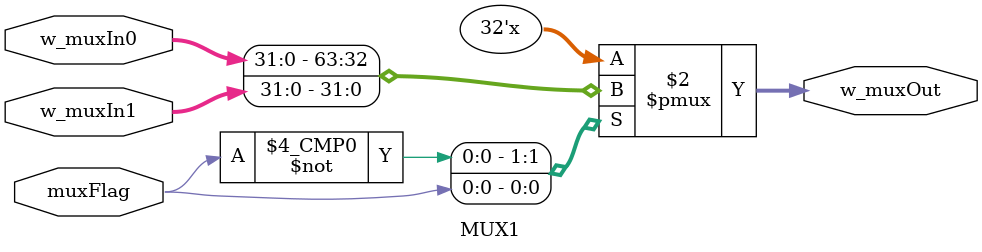
<source format=v>
module MUX1 (muxFlag, w_muxIn0, w_muxIn1, w_muxOut);

	input muxFlag;
	input [31:0] w_muxIn0, w_muxIn1;
	output reg[31:0] w_muxOut;

always @(*)

begin
	case (muxFlag)
		1'b0: begin
			w_muxOut[31:0] = w_muxIn0[31:0];
		end
		1'b1: begin
			w_muxOut[31:0] = w_muxIn1[31:0];
		end
	endcase
end

endmodule

</source>
